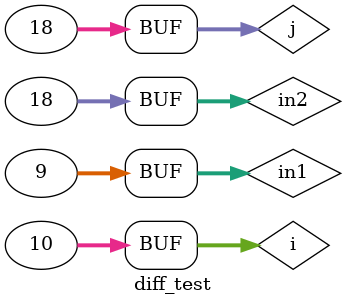
<source format=v>
`timescale 1ns / 1ps


module diff_test;

	// Inputs
	reg [31:0] in1;
	reg [31:0] in2;

	// Outputs
	wire [31:0] out;
	integer i, j;

	// Instantiate the Unit Under Test (UUT)
	diff uut (
		.in1(in1), 
		.in2(in2), 
		.out(out)
	);

	initial begin
		// Initialize Inputs
		in1 = 0;
		in2 = 0;

		$monitor($time, " in1: %b, in2: %b, out: %b", in1, in2, out);
		// Wait 100 ns for global reset to finish
		#100;
		// Add stimulus here
		for(i=0;i<10;i=i+1) begin
			j = i + i;
			in1 = i;
			in2 = j;
			#300;
		end

	end
      
endmodule


</source>
